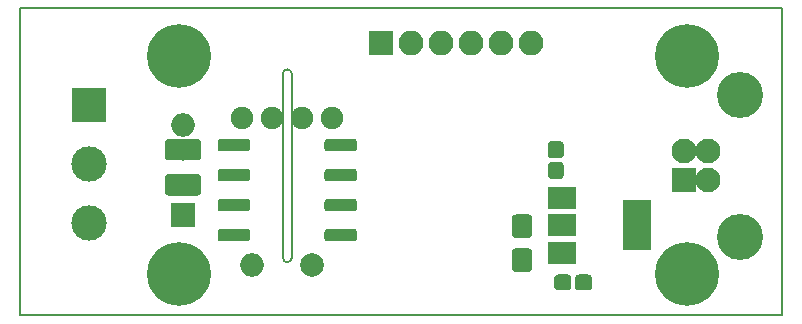
<source format=gbr>
G04 #@! TF.GenerationSoftware,KiCad,Pcbnew,5.1.4*
G04 #@! TF.CreationDate,2020-05-23T13:02:16+03:00*
G04 #@! TF.ProjectId,stm32,73746d33-322e-46b6-9963-61645f706362,rev?*
G04 #@! TF.SameCoordinates,Original*
G04 #@! TF.FileFunction,Soldermask,Bot*
G04 #@! TF.FilePolarity,Negative*
%FSLAX46Y46*%
G04 Gerber Fmt 4.6, Leading zero omitted, Abs format (unit mm)*
G04 Created by KiCad (PCBNEW 5.1.4) date 2020-05-23 13:02:16*
%MOMM*%
%LPD*%
G04 APERTURE LIST*
%ADD10C,0.150000*%
%ADD11O,2.000000X2.000000*%
%ADD12C,2.000000*%
%ADD13R,2.400000X1.900000*%
%ADD14R,2.400000X4.200000*%
%ADD15C,0.100000*%
%ADD16C,1.350000*%
%ADD17C,1.750000*%
%ADD18C,3.000000*%
%ADD19R,3.000000X3.000000*%
%ADD20R,2.100000X2.100000*%
%ADD21O,2.100000X2.100000*%
%ADD22C,2.100000*%
%ADD23C,3.900000*%
%ADD24C,5.400000*%
%ADD25C,1.900000*%
%ADD26C,1.825000*%
%ADD27R,2.000000X2.000000*%
%ADD28C,1.050000*%
G04 APERTURE END LIST*
D10*
X61000000Y-75500000D02*
X125500000Y-75500000D01*
X61000000Y-49500000D02*
X61000000Y-75500000D01*
X125500000Y-50000000D02*
X125500000Y-49500000D01*
X61000000Y-49500000D02*
X125500000Y-49500000D01*
X83248500Y-55054500D02*
G75*
G02X84010500Y-55054500I381000J0D01*
G01*
X84010500Y-70612000D02*
G75*
G02X83248500Y-70612000I-381000J0D01*
G01*
X84010500Y-55054500D02*
X84010500Y-70612000D01*
X83248500Y-55054500D02*
X83248500Y-70612000D01*
X125500000Y-75500000D02*
X125500000Y-50000000D01*
D11*
X80645000Y-71247000D03*
D12*
X85725000Y-71247000D03*
D13*
X106920500Y-70181500D03*
X106920500Y-65581500D03*
X106920500Y-67881500D03*
D14*
X113220500Y-67881500D03*
D15*
G36*
X106733081Y-60744625D02*
G01*
X106765843Y-60749485D01*
X106797971Y-60757533D01*
X106829156Y-60768691D01*
X106859096Y-60782852D01*
X106887505Y-60799879D01*
X106914108Y-60819609D01*
X106938649Y-60841851D01*
X106960891Y-60866392D01*
X106980621Y-60892995D01*
X106997648Y-60921404D01*
X107011809Y-60951344D01*
X107022967Y-60982529D01*
X107031015Y-61014657D01*
X107035875Y-61047419D01*
X107037500Y-61080500D01*
X107037500Y-61855500D01*
X107035875Y-61888581D01*
X107031015Y-61921343D01*
X107022967Y-61953471D01*
X107011809Y-61984656D01*
X106997648Y-62014596D01*
X106980621Y-62043005D01*
X106960891Y-62069608D01*
X106938649Y-62094149D01*
X106914108Y-62116391D01*
X106887505Y-62136121D01*
X106859096Y-62153148D01*
X106829156Y-62167309D01*
X106797971Y-62178467D01*
X106765843Y-62186515D01*
X106733081Y-62191375D01*
X106700000Y-62193000D01*
X106025000Y-62193000D01*
X105991919Y-62191375D01*
X105959157Y-62186515D01*
X105927029Y-62178467D01*
X105895844Y-62167309D01*
X105865904Y-62153148D01*
X105837495Y-62136121D01*
X105810892Y-62116391D01*
X105786351Y-62094149D01*
X105764109Y-62069608D01*
X105744379Y-62043005D01*
X105727352Y-62014596D01*
X105713191Y-61984656D01*
X105702033Y-61953471D01*
X105693985Y-61921343D01*
X105689125Y-61888581D01*
X105687500Y-61855500D01*
X105687500Y-61080500D01*
X105689125Y-61047419D01*
X105693985Y-61014657D01*
X105702033Y-60982529D01*
X105713191Y-60951344D01*
X105727352Y-60921404D01*
X105744379Y-60892995D01*
X105764109Y-60866392D01*
X105786351Y-60841851D01*
X105810892Y-60819609D01*
X105837495Y-60799879D01*
X105865904Y-60782852D01*
X105895844Y-60768691D01*
X105927029Y-60757533D01*
X105959157Y-60749485D01*
X105991919Y-60744625D01*
X106025000Y-60743000D01*
X106700000Y-60743000D01*
X106733081Y-60744625D01*
X106733081Y-60744625D01*
G37*
D16*
X106362500Y-61468000D03*
D15*
G36*
X106733081Y-62494625D02*
G01*
X106765843Y-62499485D01*
X106797971Y-62507533D01*
X106829156Y-62518691D01*
X106859096Y-62532852D01*
X106887505Y-62549879D01*
X106914108Y-62569609D01*
X106938649Y-62591851D01*
X106960891Y-62616392D01*
X106980621Y-62642995D01*
X106997648Y-62671404D01*
X107011809Y-62701344D01*
X107022967Y-62732529D01*
X107031015Y-62764657D01*
X107035875Y-62797419D01*
X107037500Y-62830500D01*
X107037500Y-63605500D01*
X107035875Y-63638581D01*
X107031015Y-63671343D01*
X107022967Y-63703471D01*
X107011809Y-63734656D01*
X106997648Y-63764596D01*
X106980621Y-63793005D01*
X106960891Y-63819608D01*
X106938649Y-63844149D01*
X106914108Y-63866391D01*
X106887505Y-63886121D01*
X106859096Y-63903148D01*
X106829156Y-63917309D01*
X106797971Y-63928467D01*
X106765843Y-63936515D01*
X106733081Y-63941375D01*
X106700000Y-63943000D01*
X106025000Y-63943000D01*
X105991919Y-63941375D01*
X105959157Y-63936515D01*
X105927029Y-63928467D01*
X105895844Y-63917309D01*
X105865904Y-63903148D01*
X105837495Y-63886121D01*
X105810892Y-63866391D01*
X105786351Y-63844149D01*
X105764109Y-63819608D01*
X105744379Y-63793005D01*
X105727352Y-63764596D01*
X105713191Y-63734656D01*
X105702033Y-63703471D01*
X105693985Y-63671343D01*
X105689125Y-63638581D01*
X105687500Y-63605500D01*
X105687500Y-62830500D01*
X105689125Y-62797419D01*
X105693985Y-62764657D01*
X105702033Y-62732529D01*
X105713191Y-62701344D01*
X105727352Y-62671404D01*
X105744379Y-62642995D01*
X105764109Y-62616392D01*
X105786351Y-62591851D01*
X105810892Y-62569609D01*
X105837495Y-62549879D01*
X105865904Y-62532852D01*
X105895844Y-62518691D01*
X105927029Y-62507533D01*
X105959157Y-62499485D01*
X105991919Y-62494625D01*
X106025000Y-62493000D01*
X106700000Y-62493000D01*
X106733081Y-62494625D01*
X106733081Y-62494625D01*
G37*
D16*
X106362500Y-63218000D03*
D15*
G36*
X104087692Y-66959061D02*
G01*
X104119151Y-66963727D01*
X104150000Y-66971454D01*
X104179944Y-66982169D01*
X104208694Y-66995766D01*
X104235972Y-67012116D01*
X104261517Y-67031061D01*
X104285081Y-67052419D01*
X104306439Y-67075983D01*
X104325384Y-67101528D01*
X104341734Y-67128806D01*
X104355331Y-67157556D01*
X104366046Y-67187500D01*
X104373773Y-67218349D01*
X104378439Y-67249808D01*
X104380000Y-67281573D01*
X104380000Y-68608427D01*
X104378439Y-68640192D01*
X104373773Y-68671651D01*
X104366046Y-68702500D01*
X104355331Y-68732444D01*
X104341734Y-68761194D01*
X104325384Y-68788472D01*
X104306439Y-68814017D01*
X104285081Y-68837581D01*
X104261517Y-68858939D01*
X104235972Y-68877884D01*
X104208694Y-68894234D01*
X104179944Y-68907831D01*
X104150000Y-68918546D01*
X104119151Y-68926273D01*
X104087692Y-68930939D01*
X104055927Y-68932500D01*
X102954073Y-68932500D01*
X102922308Y-68930939D01*
X102890849Y-68926273D01*
X102860000Y-68918546D01*
X102830056Y-68907831D01*
X102801306Y-68894234D01*
X102774028Y-68877884D01*
X102748483Y-68858939D01*
X102724919Y-68837581D01*
X102703561Y-68814017D01*
X102684616Y-68788472D01*
X102668266Y-68761194D01*
X102654669Y-68732444D01*
X102643954Y-68702500D01*
X102636227Y-68671651D01*
X102631561Y-68640192D01*
X102630000Y-68608427D01*
X102630000Y-67281573D01*
X102631561Y-67249808D01*
X102636227Y-67218349D01*
X102643954Y-67187500D01*
X102654669Y-67157556D01*
X102668266Y-67128806D01*
X102684616Y-67101528D01*
X102703561Y-67075983D01*
X102724919Y-67052419D01*
X102748483Y-67031061D01*
X102774028Y-67012116D01*
X102801306Y-66995766D01*
X102830056Y-66982169D01*
X102860000Y-66971454D01*
X102890849Y-66963727D01*
X102922308Y-66959061D01*
X102954073Y-66957500D01*
X104055927Y-66957500D01*
X104087692Y-66959061D01*
X104087692Y-66959061D01*
G37*
D17*
X103505000Y-67945000D03*
D15*
G36*
X104087692Y-69834061D02*
G01*
X104119151Y-69838727D01*
X104150000Y-69846454D01*
X104179944Y-69857169D01*
X104208694Y-69870766D01*
X104235972Y-69887116D01*
X104261517Y-69906061D01*
X104285081Y-69927419D01*
X104306439Y-69950983D01*
X104325384Y-69976528D01*
X104341734Y-70003806D01*
X104355331Y-70032556D01*
X104366046Y-70062500D01*
X104373773Y-70093349D01*
X104378439Y-70124808D01*
X104380000Y-70156573D01*
X104380000Y-71483427D01*
X104378439Y-71515192D01*
X104373773Y-71546651D01*
X104366046Y-71577500D01*
X104355331Y-71607444D01*
X104341734Y-71636194D01*
X104325384Y-71663472D01*
X104306439Y-71689017D01*
X104285081Y-71712581D01*
X104261517Y-71733939D01*
X104235972Y-71752884D01*
X104208694Y-71769234D01*
X104179944Y-71782831D01*
X104150000Y-71793546D01*
X104119151Y-71801273D01*
X104087692Y-71805939D01*
X104055927Y-71807500D01*
X102954073Y-71807500D01*
X102922308Y-71805939D01*
X102890849Y-71801273D01*
X102860000Y-71793546D01*
X102830056Y-71782831D01*
X102801306Y-71769234D01*
X102774028Y-71752884D01*
X102748483Y-71733939D01*
X102724919Y-71712581D01*
X102703561Y-71689017D01*
X102684616Y-71663472D01*
X102668266Y-71636194D01*
X102654669Y-71607444D01*
X102643954Y-71577500D01*
X102636227Y-71546651D01*
X102631561Y-71515192D01*
X102630000Y-71483427D01*
X102630000Y-70156573D01*
X102631561Y-70124808D01*
X102636227Y-70093349D01*
X102643954Y-70062500D01*
X102654669Y-70032556D01*
X102668266Y-70003806D01*
X102684616Y-69976528D01*
X102703561Y-69950983D01*
X102724919Y-69927419D01*
X102748483Y-69906061D01*
X102774028Y-69887116D01*
X102801306Y-69870766D01*
X102830056Y-69857169D01*
X102860000Y-69846454D01*
X102890849Y-69838727D01*
X102922308Y-69834061D01*
X102954073Y-69832500D01*
X104055927Y-69832500D01*
X104087692Y-69834061D01*
X104087692Y-69834061D01*
G37*
D17*
X103505000Y-70820000D03*
D15*
G36*
X107382581Y-72034125D02*
G01*
X107415343Y-72038985D01*
X107447471Y-72047033D01*
X107478656Y-72058191D01*
X107508596Y-72072352D01*
X107537005Y-72089379D01*
X107563608Y-72109109D01*
X107588149Y-72131351D01*
X107610391Y-72155892D01*
X107630121Y-72182495D01*
X107647148Y-72210904D01*
X107661309Y-72240844D01*
X107672467Y-72272029D01*
X107680515Y-72304157D01*
X107685375Y-72336919D01*
X107687000Y-72370000D01*
X107687000Y-73045000D01*
X107685375Y-73078081D01*
X107680515Y-73110843D01*
X107672467Y-73142971D01*
X107661309Y-73174156D01*
X107647148Y-73204096D01*
X107630121Y-73232505D01*
X107610391Y-73259108D01*
X107588149Y-73283649D01*
X107563608Y-73305891D01*
X107537005Y-73325621D01*
X107508596Y-73342648D01*
X107478656Y-73356809D01*
X107447471Y-73367967D01*
X107415343Y-73376015D01*
X107382581Y-73380875D01*
X107349500Y-73382500D01*
X106574500Y-73382500D01*
X106541419Y-73380875D01*
X106508657Y-73376015D01*
X106476529Y-73367967D01*
X106445344Y-73356809D01*
X106415404Y-73342648D01*
X106386995Y-73325621D01*
X106360392Y-73305891D01*
X106335851Y-73283649D01*
X106313609Y-73259108D01*
X106293879Y-73232505D01*
X106276852Y-73204096D01*
X106262691Y-73174156D01*
X106251533Y-73142971D01*
X106243485Y-73110843D01*
X106238625Y-73078081D01*
X106237000Y-73045000D01*
X106237000Y-72370000D01*
X106238625Y-72336919D01*
X106243485Y-72304157D01*
X106251533Y-72272029D01*
X106262691Y-72240844D01*
X106276852Y-72210904D01*
X106293879Y-72182495D01*
X106313609Y-72155892D01*
X106335851Y-72131351D01*
X106360392Y-72109109D01*
X106386995Y-72089379D01*
X106415404Y-72072352D01*
X106445344Y-72058191D01*
X106476529Y-72047033D01*
X106508657Y-72038985D01*
X106541419Y-72034125D01*
X106574500Y-72032500D01*
X107349500Y-72032500D01*
X107382581Y-72034125D01*
X107382581Y-72034125D01*
G37*
D16*
X106962000Y-72707500D03*
D15*
G36*
X109132581Y-72034125D02*
G01*
X109165343Y-72038985D01*
X109197471Y-72047033D01*
X109228656Y-72058191D01*
X109258596Y-72072352D01*
X109287005Y-72089379D01*
X109313608Y-72109109D01*
X109338149Y-72131351D01*
X109360391Y-72155892D01*
X109380121Y-72182495D01*
X109397148Y-72210904D01*
X109411309Y-72240844D01*
X109422467Y-72272029D01*
X109430515Y-72304157D01*
X109435375Y-72336919D01*
X109437000Y-72370000D01*
X109437000Y-73045000D01*
X109435375Y-73078081D01*
X109430515Y-73110843D01*
X109422467Y-73142971D01*
X109411309Y-73174156D01*
X109397148Y-73204096D01*
X109380121Y-73232505D01*
X109360391Y-73259108D01*
X109338149Y-73283649D01*
X109313608Y-73305891D01*
X109287005Y-73325621D01*
X109258596Y-73342648D01*
X109228656Y-73356809D01*
X109197471Y-73367967D01*
X109165343Y-73376015D01*
X109132581Y-73380875D01*
X109099500Y-73382500D01*
X108324500Y-73382500D01*
X108291419Y-73380875D01*
X108258657Y-73376015D01*
X108226529Y-73367967D01*
X108195344Y-73356809D01*
X108165404Y-73342648D01*
X108136995Y-73325621D01*
X108110392Y-73305891D01*
X108085851Y-73283649D01*
X108063609Y-73259108D01*
X108043879Y-73232505D01*
X108026852Y-73204096D01*
X108012691Y-73174156D01*
X108001533Y-73142971D01*
X107993485Y-73110843D01*
X107988625Y-73078081D01*
X107987000Y-73045000D01*
X107987000Y-72370000D01*
X107988625Y-72336919D01*
X107993485Y-72304157D01*
X108001533Y-72272029D01*
X108012691Y-72240844D01*
X108026852Y-72210904D01*
X108043879Y-72182495D01*
X108063609Y-72155892D01*
X108085851Y-72131351D01*
X108110392Y-72109109D01*
X108136995Y-72089379D01*
X108165404Y-72072352D01*
X108195344Y-72058191D01*
X108226529Y-72047033D01*
X108258657Y-72038985D01*
X108291419Y-72034125D01*
X108324500Y-72032500D01*
X109099500Y-72032500D01*
X109132581Y-72034125D01*
X109132581Y-72034125D01*
G37*
D16*
X108712000Y-72707500D03*
D18*
X66802000Y-67658000D03*
X66802000Y-62658000D03*
D19*
X66802000Y-57658000D03*
D20*
X91567000Y-52451000D03*
D21*
X94107000Y-52451000D03*
X96647000Y-52451000D03*
X99187000Y-52451000D03*
X101727000Y-52451000D03*
X104267000Y-52451000D03*
D20*
X117221000Y-64071500D03*
D22*
X117221000Y-61571500D03*
X119221000Y-61571500D03*
X119221000Y-64071500D03*
D23*
X121931000Y-68841500D03*
X121931000Y-56801500D03*
D24*
X74500000Y-53500000D03*
X117500000Y-53500000D03*
X117500000Y-72000000D03*
X74500000Y-72000000D03*
D25*
X87439500Y-58801000D03*
X84899500Y-58801000D03*
X82359500Y-58801000D03*
X79819500Y-58801000D03*
D15*
G36*
X76039207Y-60557042D02*
G01*
X76070287Y-60561652D01*
X76100766Y-60569287D01*
X76130350Y-60579872D01*
X76158754Y-60593306D01*
X76185704Y-60609459D01*
X76210942Y-60628177D01*
X76234223Y-60649277D01*
X76255323Y-60672558D01*
X76274041Y-60697796D01*
X76290194Y-60724746D01*
X76303628Y-60753150D01*
X76314213Y-60782734D01*
X76321848Y-60813213D01*
X76326458Y-60844293D01*
X76328000Y-60875676D01*
X76328000Y-62060324D01*
X76326458Y-62091707D01*
X76321848Y-62122787D01*
X76314213Y-62153266D01*
X76303628Y-62182850D01*
X76290194Y-62211254D01*
X76274041Y-62238204D01*
X76255323Y-62263442D01*
X76234223Y-62286723D01*
X76210942Y-62307823D01*
X76185704Y-62326541D01*
X76158754Y-62342694D01*
X76130350Y-62356128D01*
X76100766Y-62366713D01*
X76070287Y-62374348D01*
X76039207Y-62378958D01*
X76007824Y-62380500D01*
X73598176Y-62380500D01*
X73566793Y-62378958D01*
X73535713Y-62374348D01*
X73505234Y-62366713D01*
X73475650Y-62356128D01*
X73447246Y-62342694D01*
X73420296Y-62326541D01*
X73395058Y-62307823D01*
X73371777Y-62286723D01*
X73350677Y-62263442D01*
X73331959Y-62238204D01*
X73315806Y-62211254D01*
X73302372Y-62182850D01*
X73291787Y-62153266D01*
X73284152Y-62122787D01*
X73279542Y-62091707D01*
X73278000Y-62060324D01*
X73278000Y-60875676D01*
X73279542Y-60844293D01*
X73284152Y-60813213D01*
X73291787Y-60782734D01*
X73302372Y-60753150D01*
X73315806Y-60724746D01*
X73331959Y-60697796D01*
X73350677Y-60672558D01*
X73371777Y-60649277D01*
X73395058Y-60628177D01*
X73420296Y-60609459D01*
X73447246Y-60593306D01*
X73475650Y-60579872D01*
X73505234Y-60569287D01*
X73535713Y-60561652D01*
X73566793Y-60557042D01*
X73598176Y-60555500D01*
X76007824Y-60555500D01*
X76039207Y-60557042D01*
X76039207Y-60557042D01*
G37*
D26*
X74803000Y-61468000D03*
D15*
G36*
X76039207Y-63532042D02*
G01*
X76070287Y-63536652D01*
X76100766Y-63544287D01*
X76130350Y-63554872D01*
X76158754Y-63568306D01*
X76185704Y-63584459D01*
X76210942Y-63603177D01*
X76234223Y-63624277D01*
X76255323Y-63647558D01*
X76274041Y-63672796D01*
X76290194Y-63699746D01*
X76303628Y-63728150D01*
X76314213Y-63757734D01*
X76321848Y-63788213D01*
X76326458Y-63819293D01*
X76328000Y-63850676D01*
X76328000Y-65035324D01*
X76326458Y-65066707D01*
X76321848Y-65097787D01*
X76314213Y-65128266D01*
X76303628Y-65157850D01*
X76290194Y-65186254D01*
X76274041Y-65213204D01*
X76255323Y-65238442D01*
X76234223Y-65261723D01*
X76210942Y-65282823D01*
X76185704Y-65301541D01*
X76158754Y-65317694D01*
X76130350Y-65331128D01*
X76100766Y-65341713D01*
X76070287Y-65349348D01*
X76039207Y-65353958D01*
X76007824Y-65355500D01*
X73598176Y-65355500D01*
X73566793Y-65353958D01*
X73535713Y-65349348D01*
X73505234Y-65341713D01*
X73475650Y-65331128D01*
X73447246Y-65317694D01*
X73420296Y-65301541D01*
X73395058Y-65282823D01*
X73371777Y-65261723D01*
X73350677Y-65238442D01*
X73331959Y-65213204D01*
X73315806Y-65186254D01*
X73302372Y-65157850D01*
X73291787Y-65128266D01*
X73284152Y-65097787D01*
X73279542Y-65066707D01*
X73278000Y-65035324D01*
X73278000Y-63850676D01*
X73279542Y-63819293D01*
X73284152Y-63788213D01*
X73291787Y-63757734D01*
X73302372Y-63728150D01*
X73315806Y-63699746D01*
X73331959Y-63672796D01*
X73350677Y-63647558D01*
X73371777Y-63624277D01*
X73395058Y-63603177D01*
X73420296Y-63584459D01*
X73447246Y-63568306D01*
X73475650Y-63554872D01*
X73505234Y-63544287D01*
X73535713Y-63536652D01*
X73566793Y-63532042D01*
X73598176Y-63530500D01*
X76007824Y-63530500D01*
X76039207Y-63532042D01*
X76039207Y-63532042D01*
G37*
D26*
X74803000Y-64443000D03*
D27*
X74803000Y-66992500D03*
D11*
X74803000Y-59372500D03*
D15*
G36*
X89292729Y-60563264D02*
G01*
X89318211Y-60567044D01*
X89343200Y-60573303D01*
X89367454Y-60581982D01*
X89390742Y-60592996D01*
X89412837Y-60606239D01*
X89433528Y-60621585D01*
X89452616Y-60638884D01*
X89469915Y-60657972D01*
X89485261Y-60678663D01*
X89498504Y-60700758D01*
X89509518Y-60724046D01*
X89518197Y-60748300D01*
X89524456Y-60773289D01*
X89528236Y-60798771D01*
X89529500Y-60824500D01*
X89529500Y-61349500D01*
X89528236Y-61375229D01*
X89524456Y-61400711D01*
X89518197Y-61425700D01*
X89509518Y-61449954D01*
X89498504Y-61473242D01*
X89485261Y-61495337D01*
X89469915Y-61516028D01*
X89452616Y-61535116D01*
X89433528Y-61552415D01*
X89412837Y-61567761D01*
X89390742Y-61581004D01*
X89367454Y-61592018D01*
X89343200Y-61600697D01*
X89318211Y-61606956D01*
X89292729Y-61610736D01*
X89267000Y-61612000D01*
X87042000Y-61612000D01*
X87016271Y-61610736D01*
X86990789Y-61606956D01*
X86965800Y-61600697D01*
X86941546Y-61592018D01*
X86918258Y-61581004D01*
X86896163Y-61567761D01*
X86875472Y-61552415D01*
X86856384Y-61535116D01*
X86839085Y-61516028D01*
X86823739Y-61495337D01*
X86810496Y-61473242D01*
X86799482Y-61449954D01*
X86790803Y-61425700D01*
X86784544Y-61400711D01*
X86780764Y-61375229D01*
X86779500Y-61349500D01*
X86779500Y-60824500D01*
X86780764Y-60798771D01*
X86784544Y-60773289D01*
X86790803Y-60748300D01*
X86799482Y-60724046D01*
X86810496Y-60700758D01*
X86823739Y-60678663D01*
X86839085Y-60657972D01*
X86856384Y-60638884D01*
X86875472Y-60621585D01*
X86896163Y-60606239D01*
X86918258Y-60592996D01*
X86941546Y-60581982D01*
X86965800Y-60573303D01*
X86990789Y-60567044D01*
X87016271Y-60563264D01*
X87042000Y-60562000D01*
X89267000Y-60562000D01*
X89292729Y-60563264D01*
X89292729Y-60563264D01*
G37*
D28*
X88154500Y-61087000D03*
D15*
G36*
X89292729Y-63103264D02*
G01*
X89318211Y-63107044D01*
X89343200Y-63113303D01*
X89367454Y-63121982D01*
X89390742Y-63132996D01*
X89412837Y-63146239D01*
X89433528Y-63161585D01*
X89452616Y-63178884D01*
X89469915Y-63197972D01*
X89485261Y-63218663D01*
X89498504Y-63240758D01*
X89509518Y-63264046D01*
X89518197Y-63288300D01*
X89524456Y-63313289D01*
X89528236Y-63338771D01*
X89529500Y-63364500D01*
X89529500Y-63889500D01*
X89528236Y-63915229D01*
X89524456Y-63940711D01*
X89518197Y-63965700D01*
X89509518Y-63989954D01*
X89498504Y-64013242D01*
X89485261Y-64035337D01*
X89469915Y-64056028D01*
X89452616Y-64075116D01*
X89433528Y-64092415D01*
X89412837Y-64107761D01*
X89390742Y-64121004D01*
X89367454Y-64132018D01*
X89343200Y-64140697D01*
X89318211Y-64146956D01*
X89292729Y-64150736D01*
X89267000Y-64152000D01*
X87042000Y-64152000D01*
X87016271Y-64150736D01*
X86990789Y-64146956D01*
X86965800Y-64140697D01*
X86941546Y-64132018D01*
X86918258Y-64121004D01*
X86896163Y-64107761D01*
X86875472Y-64092415D01*
X86856384Y-64075116D01*
X86839085Y-64056028D01*
X86823739Y-64035337D01*
X86810496Y-64013242D01*
X86799482Y-63989954D01*
X86790803Y-63965700D01*
X86784544Y-63940711D01*
X86780764Y-63915229D01*
X86779500Y-63889500D01*
X86779500Y-63364500D01*
X86780764Y-63338771D01*
X86784544Y-63313289D01*
X86790803Y-63288300D01*
X86799482Y-63264046D01*
X86810496Y-63240758D01*
X86823739Y-63218663D01*
X86839085Y-63197972D01*
X86856384Y-63178884D01*
X86875472Y-63161585D01*
X86896163Y-63146239D01*
X86918258Y-63132996D01*
X86941546Y-63121982D01*
X86965800Y-63113303D01*
X86990789Y-63107044D01*
X87016271Y-63103264D01*
X87042000Y-63102000D01*
X89267000Y-63102000D01*
X89292729Y-63103264D01*
X89292729Y-63103264D01*
G37*
D28*
X88154500Y-63627000D03*
D15*
G36*
X89292729Y-65643264D02*
G01*
X89318211Y-65647044D01*
X89343200Y-65653303D01*
X89367454Y-65661982D01*
X89390742Y-65672996D01*
X89412837Y-65686239D01*
X89433528Y-65701585D01*
X89452616Y-65718884D01*
X89469915Y-65737972D01*
X89485261Y-65758663D01*
X89498504Y-65780758D01*
X89509518Y-65804046D01*
X89518197Y-65828300D01*
X89524456Y-65853289D01*
X89528236Y-65878771D01*
X89529500Y-65904500D01*
X89529500Y-66429500D01*
X89528236Y-66455229D01*
X89524456Y-66480711D01*
X89518197Y-66505700D01*
X89509518Y-66529954D01*
X89498504Y-66553242D01*
X89485261Y-66575337D01*
X89469915Y-66596028D01*
X89452616Y-66615116D01*
X89433528Y-66632415D01*
X89412837Y-66647761D01*
X89390742Y-66661004D01*
X89367454Y-66672018D01*
X89343200Y-66680697D01*
X89318211Y-66686956D01*
X89292729Y-66690736D01*
X89267000Y-66692000D01*
X87042000Y-66692000D01*
X87016271Y-66690736D01*
X86990789Y-66686956D01*
X86965800Y-66680697D01*
X86941546Y-66672018D01*
X86918258Y-66661004D01*
X86896163Y-66647761D01*
X86875472Y-66632415D01*
X86856384Y-66615116D01*
X86839085Y-66596028D01*
X86823739Y-66575337D01*
X86810496Y-66553242D01*
X86799482Y-66529954D01*
X86790803Y-66505700D01*
X86784544Y-66480711D01*
X86780764Y-66455229D01*
X86779500Y-66429500D01*
X86779500Y-65904500D01*
X86780764Y-65878771D01*
X86784544Y-65853289D01*
X86790803Y-65828300D01*
X86799482Y-65804046D01*
X86810496Y-65780758D01*
X86823739Y-65758663D01*
X86839085Y-65737972D01*
X86856384Y-65718884D01*
X86875472Y-65701585D01*
X86896163Y-65686239D01*
X86918258Y-65672996D01*
X86941546Y-65661982D01*
X86965800Y-65653303D01*
X86990789Y-65647044D01*
X87016271Y-65643264D01*
X87042000Y-65642000D01*
X89267000Y-65642000D01*
X89292729Y-65643264D01*
X89292729Y-65643264D01*
G37*
D28*
X88154500Y-66167000D03*
D15*
G36*
X89292729Y-68183264D02*
G01*
X89318211Y-68187044D01*
X89343200Y-68193303D01*
X89367454Y-68201982D01*
X89390742Y-68212996D01*
X89412837Y-68226239D01*
X89433528Y-68241585D01*
X89452616Y-68258884D01*
X89469915Y-68277972D01*
X89485261Y-68298663D01*
X89498504Y-68320758D01*
X89509518Y-68344046D01*
X89518197Y-68368300D01*
X89524456Y-68393289D01*
X89528236Y-68418771D01*
X89529500Y-68444500D01*
X89529500Y-68969500D01*
X89528236Y-68995229D01*
X89524456Y-69020711D01*
X89518197Y-69045700D01*
X89509518Y-69069954D01*
X89498504Y-69093242D01*
X89485261Y-69115337D01*
X89469915Y-69136028D01*
X89452616Y-69155116D01*
X89433528Y-69172415D01*
X89412837Y-69187761D01*
X89390742Y-69201004D01*
X89367454Y-69212018D01*
X89343200Y-69220697D01*
X89318211Y-69226956D01*
X89292729Y-69230736D01*
X89267000Y-69232000D01*
X87042000Y-69232000D01*
X87016271Y-69230736D01*
X86990789Y-69226956D01*
X86965800Y-69220697D01*
X86941546Y-69212018D01*
X86918258Y-69201004D01*
X86896163Y-69187761D01*
X86875472Y-69172415D01*
X86856384Y-69155116D01*
X86839085Y-69136028D01*
X86823739Y-69115337D01*
X86810496Y-69093242D01*
X86799482Y-69069954D01*
X86790803Y-69045700D01*
X86784544Y-69020711D01*
X86780764Y-68995229D01*
X86779500Y-68969500D01*
X86779500Y-68444500D01*
X86780764Y-68418771D01*
X86784544Y-68393289D01*
X86790803Y-68368300D01*
X86799482Y-68344046D01*
X86810496Y-68320758D01*
X86823739Y-68298663D01*
X86839085Y-68277972D01*
X86856384Y-68258884D01*
X86875472Y-68241585D01*
X86896163Y-68226239D01*
X86918258Y-68212996D01*
X86941546Y-68201982D01*
X86965800Y-68193303D01*
X86990789Y-68187044D01*
X87016271Y-68183264D01*
X87042000Y-68182000D01*
X89267000Y-68182000D01*
X89292729Y-68183264D01*
X89292729Y-68183264D01*
G37*
D28*
X88154500Y-68707000D03*
D15*
G36*
X80242729Y-68183264D02*
G01*
X80268211Y-68187044D01*
X80293200Y-68193303D01*
X80317454Y-68201982D01*
X80340742Y-68212996D01*
X80362837Y-68226239D01*
X80383528Y-68241585D01*
X80402616Y-68258884D01*
X80419915Y-68277972D01*
X80435261Y-68298663D01*
X80448504Y-68320758D01*
X80459518Y-68344046D01*
X80468197Y-68368300D01*
X80474456Y-68393289D01*
X80478236Y-68418771D01*
X80479500Y-68444500D01*
X80479500Y-68969500D01*
X80478236Y-68995229D01*
X80474456Y-69020711D01*
X80468197Y-69045700D01*
X80459518Y-69069954D01*
X80448504Y-69093242D01*
X80435261Y-69115337D01*
X80419915Y-69136028D01*
X80402616Y-69155116D01*
X80383528Y-69172415D01*
X80362837Y-69187761D01*
X80340742Y-69201004D01*
X80317454Y-69212018D01*
X80293200Y-69220697D01*
X80268211Y-69226956D01*
X80242729Y-69230736D01*
X80217000Y-69232000D01*
X77992000Y-69232000D01*
X77966271Y-69230736D01*
X77940789Y-69226956D01*
X77915800Y-69220697D01*
X77891546Y-69212018D01*
X77868258Y-69201004D01*
X77846163Y-69187761D01*
X77825472Y-69172415D01*
X77806384Y-69155116D01*
X77789085Y-69136028D01*
X77773739Y-69115337D01*
X77760496Y-69093242D01*
X77749482Y-69069954D01*
X77740803Y-69045700D01*
X77734544Y-69020711D01*
X77730764Y-68995229D01*
X77729500Y-68969500D01*
X77729500Y-68444500D01*
X77730764Y-68418771D01*
X77734544Y-68393289D01*
X77740803Y-68368300D01*
X77749482Y-68344046D01*
X77760496Y-68320758D01*
X77773739Y-68298663D01*
X77789085Y-68277972D01*
X77806384Y-68258884D01*
X77825472Y-68241585D01*
X77846163Y-68226239D01*
X77868258Y-68212996D01*
X77891546Y-68201982D01*
X77915800Y-68193303D01*
X77940789Y-68187044D01*
X77966271Y-68183264D01*
X77992000Y-68182000D01*
X80217000Y-68182000D01*
X80242729Y-68183264D01*
X80242729Y-68183264D01*
G37*
D28*
X79104500Y-68707000D03*
D15*
G36*
X80242729Y-65643264D02*
G01*
X80268211Y-65647044D01*
X80293200Y-65653303D01*
X80317454Y-65661982D01*
X80340742Y-65672996D01*
X80362837Y-65686239D01*
X80383528Y-65701585D01*
X80402616Y-65718884D01*
X80419915Y-65737972D01*
X80435261Y-65758663D01*
X80448504Y-65780758D01*
X80459518Y-65804046D01*
X80468197Y-65828300D01*
X80474456Y-65853289D01*
X80478236Y-65878771D01*
X80479500Y-65904500D01*
X80479500Y-66429500D01*
X80478236Y-66455229D01*
X80474456Y-66480711D01*
X80468197Y-66505700D01*
X80459518Y-66529954D01*
X80448504Y-66553242D01*
X80435261Y-66575337D01*
X80419915Y-66596028D01*
X80402616Y-66615116D01*
X80383528Y-66632415D01*
X80362837Y-66647761D01*
X80340742Y-66661004D01*
X80317454Y-66672018D01*
X80293200Y-66680697D01*
X80268211Y-66686956D01*
X80242729Y-66690736D01*
X80217000Y-66692000D01*
X77992000Y-66692000D01*
X77966271Y-66690736D01*
X77940789Y-66686956D01*
X77915800Y-66680697D01*
X77891546Y-66672018D01*
X77868258Y-66661004D01*
X77846163Y-66647761D01*
X77825472Y-66632415D01*
X77806384Y-66615116D01*
X77789085Y-66596028D01*
X77773739Y-66575337D01*
X77760496Y-66553242D01*
X77749482Y-66529954D01*
X77740803Y-66505700D01*
X77734544Y-66480711D01*
X77730764Y-66455229D01*
X77729500Y-66429500D01*
X77729500Y-65904500D01*
X77730764Y-65878771D01*
X77734544Y-65853289D01*
X77740803Y-65828300D01*
X77749482Y-65804046D01*
X77760496Y-65780758D01*
X77773739Y-65758663D01*
X77789085Y-65737972D01*
X77806384Y-65718884D01*
X77825472Y-65701585D01*
X77846163Y-65686239D01*
X77868258Y-65672996D01*
X77891546Y-65661982D01*
X77915800Y-65653303D01*
X77940789Y-65647044D01*
X77966271Y-65643264D01*
X77992000Y-65642000D01*
X80217000Y-65642000D01*
X80242729Y-65643264D01*
X80242729Y-65643264D01*
G37*
D28*
X79104500Y-66167000D03*
D15*
G36*
X80242729Y-63103264D02*
G01*
X80268211Y-63107044D01*
X80293200Y-63113303D01*
X80317454Y-63121982D01*
X80340742Y-63132996D01*
X80362837Y-63146239D01*
X80383528Y-63161585D01*
X80402616Y-63178884D01*
X80419915Y-63197972D01*
X80435261Y-63218663D01*
X80448504Y-63240758D01*
X80459518Y-63264046D01*
X80468197Y-63288300D01*
X80474456Y-63313289D01*
X80478236Y-63338771D01*
X80479500Y-63364500D01*
X80479500Y-63889500D01*
X80478236Y-63915229D01*
X80474456Y-63940711D01*
X80468197Y-63965700D01*
X80459518Y-63989954D01*
X80448504Y-64013242D01*
X80435261Y-64035337D01*
X80419915Y-64056028D01*
X80402616Y-64075116D01*
X80383528Y-64092415D01*
X80362837Y-64107761D01*
X80340742Y-64121004D01*
X80317454Y-64132018D01*
X80293200Y-64140697D01*
X80268211Y-64146956D01*
X80242729Y-64150736D01*
X80217000Y-64152000D01*
X77992000Y-64152000D01*
X77966271Y-64150736D01*
X77940789Y-64146956D01*
X77915800Y-64140697D01*
X77891546Y-64132018D01*
X77868258Y-64121004D01*
X77846163Y-64107761D01*
X77825472Y-64092415D01*
X77806384Y-64075116D01*
X77789085Y-64056028D01*
X77773739Y-64035337D01*
X77760496Y-64013242D01*
X77749482Y-63989954D01*
X77740803Y-63965700D01*
X77734544Y-63940711D01*
X77730764Y-63915229D01*
X77729500Y-63889500D01*
X77729500Y-63364500D01*
X77730764Y-63338771D01*
X77734544Y-63313289D01*
X77740803Y-63288300D01*
X77749482Y-63264046D01*
X77760496Y-63240758D01*
X77773739Y-63218663D01*
X77789085Y-63197972D01*
X77806384Y-63178884D01*
X77825472Y-63161585D01*
X77846163Y-63146239D01*
X77868258Y-63132996D01*
X77891546Y-63121982D01*
X77915800Y-63113303D01*
X77940789Y-63107044D01*
X77966271Y-63103264D01*
X77992000Y-63102000D01*
X80217000Y-63102000D01*
X80242729Y-63103264D01*
X80242729Y-63103264D01*
G37*
D28*
X79104500Y-63627000D03*
D15*
G36*
X80242729Y-60563264D02*
G01*
X80268211Y-60567044D01*
X80293200Y-60573303D01*
X80317454Y-60581982D01*
X80340742Y-60592996D01*
X80362837Y-60606239D01*
X80383528Y-60621585D01*
X80402616Y-60638884D01*
X80419915Y-60657972D01*
X80435261Y-60678663D01*
X80448504Y-60700758D01*
X80459518Y-60724046D01*
X80468197Y-60748300D01*
X80474456Y-60773289D01*
X80478236Y-60798771D01*
X80479500Y-60824500D01*
X80479500Y-61349500D01*
X80478236Y-61375229D01*
X80474456Y-61400711D01*
X80468197Y-61425700D01*
X80459518Y-61449954D01*
X80448504Y-61473242D01*
X80435261Y-61495337D01*
X80419915Y-61516028D01*
X80402616Y-61535116D01*
X80383528Y-61552415D01*
X80362837Y-61567761D01*
X80340742Y-61581004D01*
X80317454Y-61592018D01*
X80293200Y-61600697D01*
X80268211Y-61606956D01*
X80242729Y-61610736D01*
X80217000Y-61612000D01*
X77992000Y-61612000D01*
X77966271Y-61610736D01*
X77940789Y-61606956D01*
X77915800Y-61600697D01*
X77891546Y-61592018D01*
X77868258Y-61581004D01*
X77846163Y-61567761D01*
X77825472Y-61552415D01*
X77806384Y-61535116D01*
X77789085Y-61516028D01*
X77773739Y-61495337D01*
X77760496Y-61473242D01*
X77749482Y-61449954D01*
X77740803Y-61425700D01*
X77734544Y-61400711D01*
X77730764Y-61375229D01*
X77729500Y-61349500D01*
X77729500Y-60824500D01*
X77730764Y-60798771D01*
X77734544Y-60773289D01*
X77740803Y-60748300D01*
X77749482Y-60724046D01*
X77760496Y-60700758D01*
X77773739Y-60678663D01*
X77789085Y-60657972D01*
X77806384Y-60638884D01*
X77825472Y-60621585D01*
X77846163Y-60606239D01*
X77868258Y-60592996D01*
X77891546Y-60581982D01*
X77915800Y-60573303D01*
X77940789Y-60567044D01*
X77966271Y-60563264D01*
X77992000Y-60562000D01*
X80217000Y-60562000D01*
X80242729Y-60563264D01*
X80242729Y-60563264D01*
G37*
D28*
X79104500Y-61087000D03*
M02*

</source>
